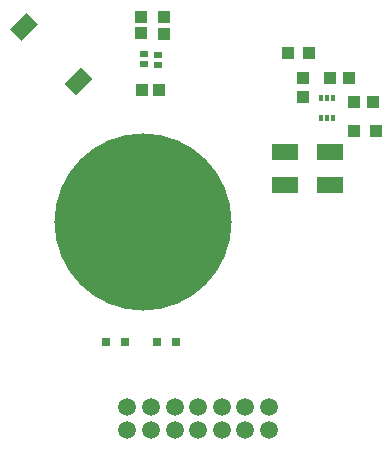
<source format=gtp>
G04 #@! TF.GenerationSoftware,KiCad,Pcbnew,5.1.5-52549c5~84~ubuntu18.04.1*
G04 #@! TF.CreationDate,2020-02-14T10:22:43+02:00*
G04 #@! TF.ProjectId,Touch_Switch_1ch,546f7563-685f-4537-9769-7463685f3163,rev?*
G04 #@! TF.SameCoordinates,Original*
G04 #@! TF.FileFunction,Paste,Top*
G04 #@! TF.FilePolarity,Positive*
%FSLAX46Y46*%
G04 Gerber Fmt 4.6, Leading zero omitted, Abs format (unit mm)*
G04 Created by KiCad (PCBNEW 5.1.5-52549c5~84~ubuntu18.04.1) date 2020-02-14 10:22:43*
%MOMM*%
%LPD*%
G04 APERTURE LIST*
%ADD10C,1.500000*%
%ADD11C,0.100000*%
%ADD12R,1.100000X1.000000*%
%ADD13R,1.000000X1.100000*%
%ADD14R,0.300000X0.500000*%
%ADD15R,2.261000X1.448000*%
%ADD16R,0.800000X0.800000*%
%ADD17R,0.650000X0.600000*%
%ADD18C,15.000000*%
G04 APERTURE END LIST*
D10*
X95918000Y-71992000D03*
X95918000Y-69992000D03*
X97918000Y-71992000D03*
X97918000Y-69992000D03*
X99918000Y-71992000D03*
X99918000Y-69992000D03*
X101918000Y-71992000D03*
X101918000Y-69992000D03*
X103918000Y-71992000D03*
X103918000Y-69992000D03*
X93918000Y-71942000D03*
X93918000Y-69992000D03*
X91918000Y-71992000D03*
X91918000Y-69992000D03*
D11*
G36*
X87556965Y-43632179D02*
G01*
X86567015Y-42642229D01*
X87981229Y-41228015D01*
X88971179Y-42217965D01*
X87556965Y-43632179D01*
G37*
G36*
X82960771Y-39035985D02*
G01*
X81970821Y-38046035D01*
X83385035Y-36631821D01*
X84374985Y-37621771D01*
X82960771Y-39035985D01*
G37*
D12*
X106808000Y-42141000D03*
X106808000Y-43741000D03*
D13*
X111113000Y-44196000D03*
X112713000Y-44196000D03*
X109094000Y-42164000D03*
X110694000Y-42164000D03*
D14*
X108839000Y-45554000D03*
X108839000Y-43854000D03*
X108331000Y-43854000D03*
X109347000Y-43854000D03*
X108331000Y-45554000D03*
X109347000Y-45554000D03*
D12*
X93091000Y-36954000D03*
X93091000Y-38354000D03*
X94996000Y-37019000D03*
X94996000Y-38419000D03*
D13*
X94553000Y-43180000D03*
X93153000Y-43180000D03*
X107315000Y-40005000D03*
X105515000Y-40005000D03*
D15*
X109067000Y-51181000D03*
X105283000Y-51181000D03*
X105283000Y-48387000D03*
X109067000Y-48387000D03*
D16*
X94450000Y-64516000D03*
X96050000Y-64516000D03*
X90132000Y-64516000D03*
X91732000Y-64516000D03*
D17*
X93345000Y-40132000D03*
X93345000Y-40980000D03*
X94488000Y-40173000D03*
X94488000Y-41021000D03*
D13*
X111125000Y-46609000D03*
X112925000Y-46609000D03*
D18*
X93217000Y-54356000D03*
M02*

</source>
